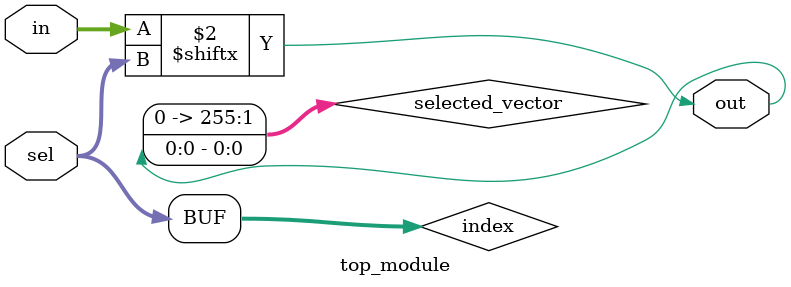
<source format=sv>
module top_module (
    input [255:0] in,
    input [7:0] sel,
    output out
);

    reg [7:0] index;
    assign index = sel;
    wire [255:0] selected_vector;

    always @* begin
        selected_vector = in[index];
    end

    assign out = selected_vector[0];

endmodule

</source>
